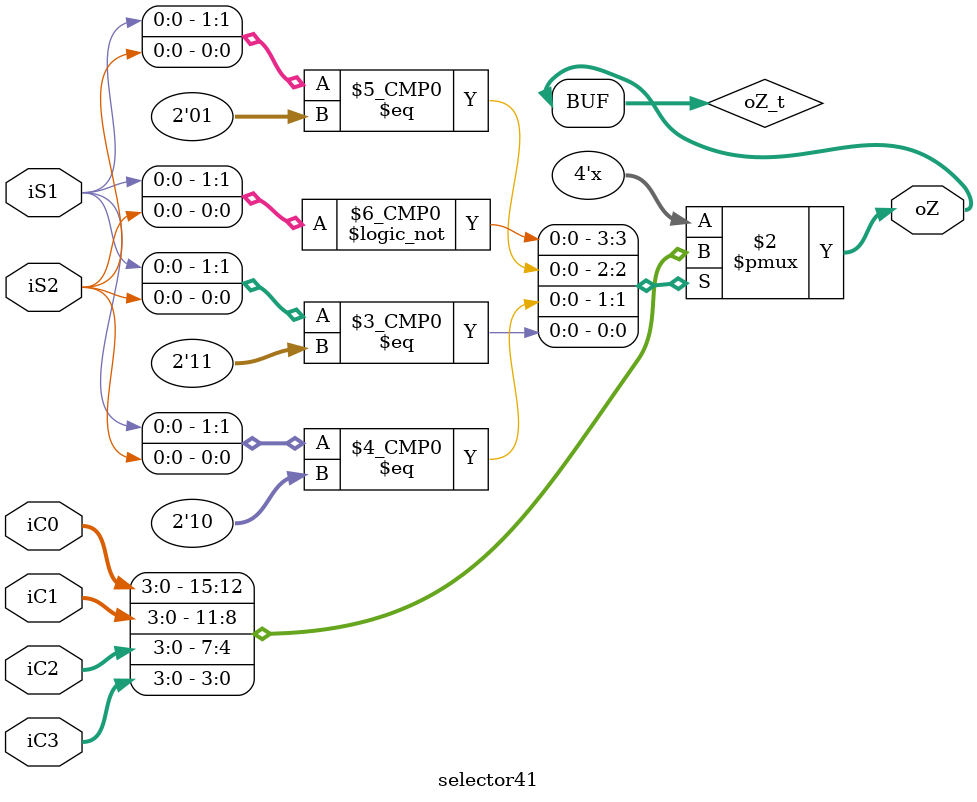
<source format=v>
`timescale 1ns / 1ps


module selector41(
    input [3:0] iC0,
    input [3:0] iC1,
    input [3:0] iC2,
    input [3:0] iC3,
    input iS1,
    input iS2,
    output [3:0] oZ
    );
    
    reg[3:0]    oZ_t;
    always @(*)
        case ({iS1,iS2})
            2'b00:  oZ_t=iC0;
            2'b01:  oZ_t=iC1;
            2'b10:  oZ_t=iC2;
            2'b11:  oZ_t=iC3;
        endcase
    assign oZ=oZ_t;            
endmodule

</source>
